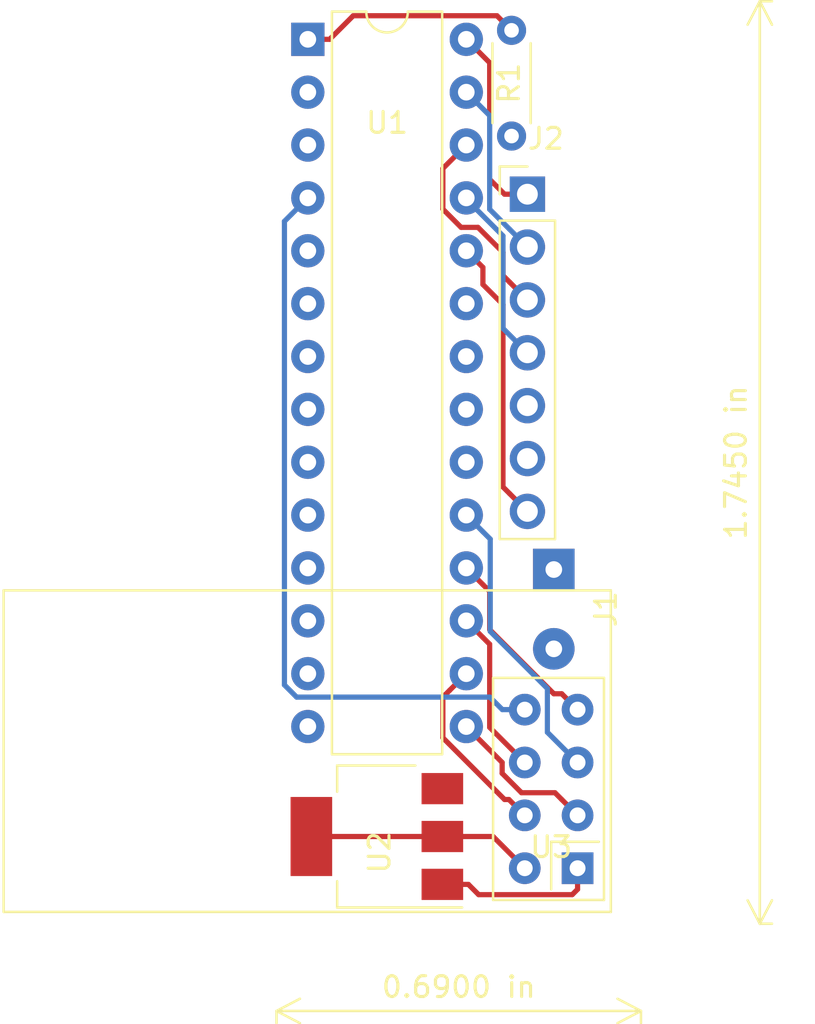
<source format=kicad_pcb>
(kicad_pcb (version 20171130) (host pcbnew 5.1.5)

  (general
    (thickness 1.6)
    (drawings 2)
    (tracks 73)
    (zones 0)
    (modules 6)
    (nets 28)
  )

  (page A4)
  (layers
    (0 F.Cu signal)
    (31 B.Cu signal)
    (32 B.Adhes user)
    (33 F.Adhes user)
    (34 B.Paste user)
    (35 F.Paste user)
    (36 B.SilkS user)
    (37 F.SilkS user)
    (38 B.Mask user)
    (39 F.Mask user)
    (40 Dwgs.User user)
    (41 Cmts.User user)
    (42 Eco1.User user)
    (43 Eco2.User user)
    (44 Edge.Cuts user)
    (45 Margin user)
    (46 B.CrtYd user)
    (47 F.CrtYd user)
    (48 B.Fab user)
    (49 F.Fab user)
  )

  (setup
    (last_trace_width 0.25)
    (trace_clearance 0.2)
    (zone_clearance 0.508)
    (zone_45_only no)
    (trace_min 0.2)
    (via_size 0.8)
    (via_drill 0.4)
    (via_min_size 0.4)
    (via_min_drill 0.3)
    (uvia_size 0.3)
    (uvia_drill 0.1)
    (uvias_allowed no)
    (uvia_min_size 0.2)
    (uvia_min_drill 0.1)
    (edge_width 0.05)
    (segment_width 0.2)
    (pcb_text_width 0.3)
    (pcb_text_size 1.5 1.5)
    (mod_edge_width 0.12)
    (mod_text_size 1 1)
    (mod_text_width 0.15)
    (pad_size 1.524 1.524)
    (pad_drill 0.762)
    (pad_to_mask_clearance 0.051)
    (solder_mask_min_width 0.25)
    (aux_axis_origin 0 0)
    (visible_elements FFFFFF7F)
    (pcbplotparams
      (layerselection 0x010f0_ffffffff)
      (usegerberextensions true)
      (usegerberattributes false)
      (usegerberadvancedattributes false)
      (creategerberjobfile false)
      (excludeedgelayer true)
      (linewidth 0.100000)
      (plotframeref false)
      (viasonmask false)
      (mode 1)
      (useauxorigin false)
      (hpglpennumber 1)
      (hpglpenspeed 20)
      (hpglpendiameter 15.000000)
      (psnegative false)
      (psa4output false)
      (plotreference true)
      (plotvalue true)
      (plotinvisibletext false)
      (padsonsilk false)
      (subtractmaskfromsilk false)
      (outputformat 1)
      (mirror false)
      (drillshape 0)
      (scaleselection 1)
      (outputdirectory "out"))
  )

  (net 0 "")
  (net 1 /PSX_DATA)
  (net 2 /PSX_ACK)
  (net 3 /PSX_CMD)
  (net 4 /PSX_CLK)
  (net 5 /GND)
  (net 6 /BATTERY_IN)
  (net 7 /PSX_ATT)
  (net 8 /AVR_RST)
  (net 9 /ADC_IN)
  (net 10 /NRF_CE)
  (net 11 /AVR_RX)
  (net 12 /NRF_CS)
  (net 13 /AVR_TX)
  (net 14 /NRF_MOSI)
  (net 15 /NRF_IRQ)
  (net 16 /NRF_MISO)
  (net 17 "Net-(U1-Pad5)")
  (net 18 /NRF_SCK)
  (net 19 "Net-(U1-Pad6)")
  (net 20 "Net-(U1-Pad21)")
  (net 21 "Net-(U1-Pad9)")
  (net 22 "Net-(U1-Pad10)")
  (net 23 "Net-(U1-Pad11)")
  (net 24 "Net-(U1-Pad12)")
  (net 25 "Net-(U1-Pad13)")
  (net 26 "Net-(U1-Pad14)")
  (net 27 /3V3)

  (net_class Default "This is the default net class."
    (clearance 0.2)
    (trace_width 0.25)
    (via_dia 0.8)
    (via_drill 0.4)
    (uvia_dia 0.3)
    (uvia_drill 0.1)
    (add_net /3V3)
    (add_net /ADC_IN)
    (add_net /AVR_RST)
    (add_net /AVR_RX)
    (add_net /AVR_TX)
    (add_net /BATTERY_IN)
    (add_net /GND)
    (add_net /NRF_CE)
    (add_net /NRF_CS)
    (add_net /NRF_IRQ)
    (add_net /NRF_MISO)
    (add_net /NRF_MOSI)
    (add_net /NRF_SCK)
    (add_net /PSX_ACK)
    (add_net /PSX_ATT)
    (add_net /PSX_CLK)
    (add_net /PSX_CMD)
    (add_net /PSX_DATA)
    (add_net "Net-(U1-Pad10)")
    (add_net "Net-(U1-Pad11)")
    (add_net "Net-(U1-Pad12)")
    (add_net "Net-(U1-Pad13)")
    (add_net "Net-(U1-Pad14)")
    (add_net "Net-(U1-Pad21)")
    (add_net "Net-(U1-Pad5)")
    (add_net "Net-(U1-Pad6)")
    (add_net "Net-(U1-Pad9)")
  )

  (module RF_Module:nRF24L01_Breakout (layer F.Cu) (tedit 5A056C61) (tstamp 5E43F5C9)
    (at 143.891 115.443 180)
    (descr "nRF24L01 breakout board")
    (tags "nRF24L01 adapter breakout")
    (path /5E443B20)
    (fp_text reference U3 (at 1.27 1.016) (layer F.SilkS)
      (effects (font (size 1 1) (thickness 0.15)))
    )
    (fp_text value NRF24L01_Breakout (at 9.144 5.207 90) (layer F.Fab)
      (effects (font (size 1 1) (thickness 0.15)))
    )
    (fp_line (start -1.5 -2) (end 27.5 -2) (layer F.Fab) (width 0.1))
    (fp_line (start 27.5 -2) (end 27.5 13.25) (layer F.Fab) (width 0.1))
    (fp_line (start 27.5 13.25) (end -1.5 13.25) (layer F.Fab) (width 0.1))
    (fp_line (start -1.5 13.25) (end -1.5 -2) (layer F.Fab) (width 0.1))
    (fp_line (start -1.5 -2) (end -1.5 -2) (layer F.Fab) (width 0.1))
    (fp_line (start -1.27 -1.27) (end 3.81 -1.27) (layer F.Fab) (width 0.1))
    (fp_line (start 3.81 -1.27) (end 3.81 8.89) (layer F.Fab) (width 0.1))
    (fp_line (start 3.81 8.89) (end -1.27 8.89) (layer F.Fab) (width 0.1))
    (fp_line (start -1.27 8.89) (end -1.27 -1.27) (layer F.Fab) (width 0.1))
    (fp_line (start -1.27 -1.27) (end -1.27 -1.27) (layer F.Fab) (width 0.1))
    (fp_line (start -1.27 -1.524) (end 4.064 -1.524) (layer F.SilkS) (width 0.12))
    (fp_line (start 4.064 -1.524) (end 4.064 9.144) (layer F.SilkS) (width 0.12))
    (fp_line (start 4.064 9.144) (end -1.27 9.144) (layer F.SilkS) (width 0.12))
    (fp_line (start -1.27 9.144) (end -1.27 9.144) (layer F.SilkS) (width 0.12))
    (fp_line (start 1.27 -1.016) (end 1.27 1.27) (layer F.SilkS) (width 0.12))
    (fp_line (start 1.27 1.27) (end -1.016 1.27) (layer F.SilkS) (width 0.12))
    (fp_line (start -1.016 1.27) (end -1.016 1.27) (layer F.SilkS) (width 0.12))
    (fp_line (start -1.6 -2.1) (end 27.6 -2.1) (layer F.SilkS) (width 0.12))
    (fp_line (start 27.6 -2.1) (end 27.6 13.35) (layer F.SilkS) (width 0.12))
    (fp_line (start 27.6 13.35) (end -1.6 13.35) (layer F.SilkS) (width 0.12))
    (fp_line (start -1.6 13.35) (end -1.6 -2.1) (layer F.SilkS) (width 0.12))
    (fp_line (start -1.6 -2.1) (end -1.6 -2.1) (layer F.SilkS) (width 0.12))
    (fp_line (start -1.27 9.144) (end -1.27 -1.524) (layer F.SilkS) (width 0.12))
    (fp_line (start -1.27 -1.524) (end -1.27 -1.524) (layer F.SilkS) (width 0.12))
    (fp_line (start 27.75 -2.25) (end -1.75 -2.25) (layer F.CrtYd) (width 0.05))
    (fp_line (start -1.75 -2.25) (end -1.75 13.5) (layer F.CrtYd) (width 0.05))
    (fp_line (start -1.75 13.5) (end 27.75 13.5) (layer F.CrtYd) (width 0.05))
    (fp_line (start 27.75 13.5) (end 27.75 -2.25) (layer F.CrtYd) (width 0.05))
    (fp_line (start 27.75 -2.25) (end 27.75 -2.25) (layer F.CrtYd) (width 0.05))
    (fp_text user %R (at 12.5 2.5) (layer F.Fab)
      (effects (font (size 1 1) (thickness 0.15)))
    )
    (pad 1 thru_hole rect (at 0 0 180) (size 1.524 1.524) (drill 0.762) (layers *.Cu *.Mask)
      (net 5 /GND))
    (pad 2 thru_hole circle (at 2.54 0 180) (size 1.524 1.524) (drill 0.762) (layers *.Cu *.Mask)
      (net 27 /3V3))
    (pad 3 thru_hole circle (at 0 2.54 180) (size 1.524 1.524) (drill 0.762) (layers *.Cu *.Mask)
      (net 10 /NRF_CE))
    (pad 4 thru_hole circle (at 2.54 2.54 180) (size 1.524 1.524) (drill 0.762) (layers *.Cu *.Mask)
      (net 12 /NRF_CS))
    (pad 5 thru_hole circle (at 0 5.08 180) (size 1.524 1.524) (drill 0.762) (layers *.Cu *.Mask)
      (net 18 /NRF_SCK))
    (pad 6 thru_hole circle (at 2.54 5.08 180) (size 1.524 1.524) (drill 0.762) (layers *.Cu *.Mask)
      (net 14 /NRF_MOSI))
    (pad 7 thru_hole circle (at 0 7.62 180) (size 1.524 1.524) (drill 0.762) (layers *.Cu *.Mask)
      (net 16 /NRF_MISO))
    (pad 8 thru_hole circle (at 2.54 7.62 180) (size 1.524 1.524) (drill 0.762) (layers *.Cu *.Mask)
      (net 15 /NRF_IRQ))
    (model ${KISYS3DMOD}/RF_Module.3dshapes/nRF24L01_Breakout.wrl
      (at (xyz 0 0 0))
      (scale (xyz 1 1 1))
      (rotate (xyz 0 0 0))
    )
  )

  (module Connector_Wire:SolderWirePad_1x02_P3.81mm_Drill0.8mm (layer F.Cu) (tedit 5AEE54BF) (tstamp 5E441C22)
    (at 142.748 101.092 270)
    (descr "Wire solder connection")
    (tags connector)
    (path /5E43D109)
    (attr virtual)
    (fp_text reference J1 (at 1.905 -2.5 90) (layer F.SilkS)
      (effects (font (size 1 1) (thickness 0.15)))
    )
    (fp_text value Conn_01x02 (at 1.905 0 90) (layer F.Fab)
      (effects (font (size 1 1) (thickness 0.15)))
    )
    (fp_text user %R (at 1.905 0 90) (layer F.Fab)
      (effects (font (size 1 1) (thickness 0.15)))
    )
    (fp_line (start -1.49 -1.5) (end 5.31 -1.5) (layer F.CrtYd) (width 0.05))
    (fp_line (start -1.49 -1.5) (end -1.49 1.5) (layer F.CrtYd) (width 0.05))
    (fp_line (start 5.31 1.5) (end 5.31 -1.5) (layer F.CrtYd) (width 0.05))
    (fp_line (start 5.31 1.5) (end -1.49 1.5) (layer F.CrtYd) (width 0.05))
    (pad 1 thru_hole rect (at 0 0 270) (size 1.99898 1.99898) (drill 0.8001) (layers *.Cu *.Mask)
      (net 6 /BATTERY_IN))
    (pad 2 thru_hole circle (at 3.81 0 270) (size 1.99898 1.99898) (drill 0.8001) (layers *.Cu *.Mask)
      (net 5 /GND))
  )

  (module Connector_PinHeader_2.54mm:PinHeader_1x07_P2.54mm_Vertical (layer F.Cu) (tedit 59FED5CC) (tstamp 5E43F520)
    (at 141.478 83.058)
    (descr "Through hole straight pin header, 1x07, 2.54mm pitch, single row")
    (tags "Through hole pin header THT 1x07 2.54mm single row")
    (path /5E43FDC9)
    (fp_text reference J2 (at 0.889 -2.667) (layer F.SilkS)
      (effects (font (size 1 1) (thickness 0.15)))
    )
    (fp_text value Conn_01x07_Female (at 0 17.57) (layer F.Fab)
      (effects (font (size 1 1) (thickness 0.15)))
    )
    (fp_line (start -0.635 -1.27) (end 1.27 -1.27) (layer F.Fab) (width 0.1))
    (fp_line (start 1.27 -1.27) (end 1.27 16.51) (layer F.Fab) (width 0.1))
    (fp_line (start 1.27 16.51) (end -1.27 16.51) (layer F.Fab) (width 0.1))
    (fp_line (start -1.27 16.51) (end -1.27 -0.635) (layer F.Fab) (width 0.1))
    (fp_line (start -1.27 -0.635) (end -0.635 -1.27) (layer F.Fab) (width 0.1))
    (fp_line (start -1.33 16.57) (end 1.33 16.57) (layer F.SilkS) (width 0.12))
    (fp_line (start -1.33 1.27) (end -1.33 16.57) (layer F.SilkS) (width 0.12))
    (fp_line (start 1.33 1.27) (end 1.33 16.57) (layer F.SilkS) (width 0.12))
    (fp_line (start -1.33 1.27) (end 1.33 1.27) (layer F.SilkS) (width 0.12))
    (fp_line (start -1.33 0) (end -1.33 -1.33) (layer F.SilkS) (width 0.12))
    (fp_line (start -1.33 -1.33) (end 0 -1.33) (layer F.SilkS) (width 0.12))
    (fp_line (start -1.8 -1.8) (end -1.8 17.05) (layer F.CrtYd) (width 0.05))
    (fp_line (start -1.8 17.05) (end 1.8 17.05) (layer F.CrtYd) (width 0.05))
    (fp_line (start 1.8 17.05) (end 1.8 -1.8) (layer F.CrtYd) (width 0.05))
    (fp_line (start 1.8 -1.8) (end -1.8 -1.8) (layer F.CrtYd) (width 0.05))
    (fp_text user %R (at 0 7.62 90) (layer F.Fab)
      (effects (font (size 1 1) (thickness 0.15)))
    )
    (pad 1 thru_hole rect (at 0 0) (size 1.7 1.7) (drill 1) (layers *.Cu *.Mask)
      (net 1 /PSX_DATA))
    (pad 2 thru_hole oval (at 0 2.54) (size 1.7 1.7) (drill 1) (layers *.Cu *.Mask)
      (net 2 /PSX_ACK))
    (pad 3 thru_hole oval (at 0 5.08) (size 1.7 1.7) (drill 1) (layers *.Cu *.Mask)
      (net 3 /PSX_CMD))
    (pad 4 thru_hole oval (at 0 7.62) (size 1.7 1.7) (drill 1) (layers *.Cu *.Mask)
      (net 4 /PSX_CLK))
    (pad 5 thru_hole oval (at 0 10.16) (size 1.7 1.7) (drill 1) (layers *.Cu *.Mask)
      (net 5 /GND))
    (pad 6 thru_hole oval (at 0 12.7) (size 1.7 1.7) (drill 1) (layers *.Cu *.Mask)
      (net 6 /BATTERY_IN))
    (pad 7 thru_hole oval (at 0 15.24) (size 1.7 1.7) (drill 1) (layers *.Cu *.Mask)
      (net 7 /PSX_ATT))
    (model ${KISYS3DMOD}/Connector_PinHeader_2.54mm.3dshapes/PinHeader_1x07_P2.54mm_Vertical.wrl
      (at (xyz 0 0 0))
      (scale (xyz 1 1 1))
      (rotate (xyz 0 0 0))
    )
  )

  (module Resistor_THT:R_Axial_DIN0204_L3.6mm_D1.6mm_P5.08mm_Horizontal (layer F.Cu) (tedit 5AE5139B) (tstamp 5E43F533)
    (at 140.716 80.264 90)
    (descr "Resistor, Axial_DIN0204 series, Axial, Horizontal, pin pitch=5.08mm, 0.167W, length*diameter=3.6*1.6mm^2, http://cdn-reichelt.de/documents/datenblatt/B400/1_4W%23YAG.pdf")
    (tags "Resistor Axial_DIN0204 series Axial Horizontal pin pitch 5.08mm 0.167W length 3.6mm diameter 1.6mm")
    (path /5E43E5CA)
    (fp_text reference R1 (at 2.54 -0.127 90) (layer F.SilkS)
      (effects (font (size 1 1) (thickness 0.15)))
    )
    (fp_text value 220k (at 2.54 -0.381 90) (layer F.Fab)
      (effects (font (size 1 1) (thickness 0.15)))
    )
    (fp_line (start 0.74 -0.8) (end 0.74 0.8) (layer F.Fab) (width 0.1))
    (fp_line (start 0.74 0.8) (end 4.34 0.8) (layer F.Fab) (width 0.1))
    (fp_line (start 4.34 0.8) (end 4.34 -0.8) (layer F.Fab) (width 0.1))
    (fp_line (start 4.34 -0.8) (end 0.74 -0.8) (layer F.Fab) (width 0.1))
    (fp_line (start 0 0) (end 0.74 0) (layer F.Fab) (width 0.1))
    (fp_line (start 5.08 0) (end 4.34 0) (layer F.Fab) (width 0.1))
    (fp_line (start 0.62 -0.92) (end 4.46 -0.92) (layer F.SilkS) (width 0.12))
    (fp_line (start 0.62 0.92) (end 4.46 0.92) (layer F.SilkS) (width 0.12))
    (fp_line (start -0.95 -1.05) (end -0.95 1.05) (layer F.CrtYd) (width 0.05))
    (fp_line (start -0.95 1.05) (end 6.03 1.05) (layer F.CrtYd) (width 0.05))
    (fp_line (start 6.03 1.05) (end 6.03 -1.05) (layer F.CrtYd) (width 0.05))
    (fp_line (start 6.03 -1.05) (end -0.95 -1.05) (layer F.CrtYd) (width 0.05))
    (fp_text user %R (at 2.54 0 90) (layer F.Fab)
      (effects (font (size 0.72 0.72) (thickness 0.108)))
    )
    (pad 1 thru_hole circle (at 0 0 90) (size 1.4 1.4) (drill 0.7) (layers *.Cu *.Mask)
      (net 6 /BATTERY_IN))
    (pad 2 thru_hole oval (at 5.08 0 90) (size 1.4 1.4) (drill 0.7) (layers *.Cu *.Mask)
      (net 8 /AVR_RST))
    (model ${KISYS3DMOD}/Resistor_THT.3dshapes/R_Axial_DIN0204_L3.6mm_D1.6mm_P5.08mm_Horizontal.wrl
      (at (xyz 0 0 0))
      (scale (xyz 1 1 1))
      (rotate (xyz 0 0 0))
    )
  )

  (module Package_DIP:DIP-28_W7.62mm (layer F.Cu) (tedit 5A02E8C5) (tstamp 5E43F589)
    (at 130.919001 75.616001)
    (descr "28-lead though-hole mounted DIP package, row spacing 7.62 mm (300 mils)")
    (tags "THT DIP DIL PDIP 2.54mm 7.62mm 300mil")
    (path /5E43A932)
    (fp_text reference U1 (at 3.81 4.012999) (layer F.SilkS)
      (effects (font (size 1 1) (thickness 0.15)))
    )
    (fp_text value ATmega8A-PU (at 4.081999 26.110999 90) (layer F.Fab)
      (effects (font (size 1 1) (thickness 0.15)))
    )
    (fp_arc (start 3.81 -1.33) (end 2.81 -1.33) (angle -180) (layer F.SilkS) (width 0.12))
    (fp_line (start 1.635 -1.27) (end 6.985 -1.27) (layer F.Fab) (width 0.1))
    (fp_line (start 6.985 -1.27) (end 6.985 34.29) (layer F.Fab) (width 0.1))
    (fp_line (start 6.985 34.29) (end 0.635 34.29) (layer F.Fab) (width 0.1))
    (fp_line (start 0.635 34.29) (end 0.635 -0.27) (layer F.Fab) (width 0.1))
    (fp_line (start 0.635 -0.27) (end 1.635 -1.27) (layer F.Fab) (width 0.1))
    (fp_line (start 2.81 -1.33) (end 1.16 -1.33) (layer F.SilkS) (width 0.12))
    (fp_line (start 1.16 -1.33) (end 1.16 34.35) (layer F.SilkS) (width 0.12))
    (fp_line (start 1.16 34.35) (end 6.46 34.35) (layer F.SilkS) (width 0.12))
    (fp_line (start 6.46 34.35) (end 6.46 -1.33) (layer F.SilkS) (width 0.12))
    (fp_line (start 6.46 -1.33) (end 4.81 -1.33) (layer F.SilkS) (width 0.12))
    (fp_line (start -1.1 -1.55) (end -1.1 34.55) (layer F.CrtYd) (width 0.05))
    (fp_line (start -1.1 34.55) (end 8.7 34.55) (layer F.CrtYd) (width 0.05))
    (fp_line (start 8.7 34.55) (end 8.7 -1.55) (layer F.CrtYd) (width 0.05))
    (fp_line (start 8.7 -1.55) (end -1.1 -1.55) (layer F.CrtYd) (width 0.05))
    (fp_text user %R (at 3.81 16.51) (layer F.Fab)
      (effects (font (size 1 1) (thickness 0.15)))
    )
    (pad 1 thru_hole rect (at 0 0) (size 1.6 1.6) (drill 0.8) (layers *.Cu *.Mask)
      (net 8 /AVR_RST))
    (pad 15 thru_hole oval (at 7.62 33.02) (size 1.6 1.6) (drill 0.8) (layers *.Cu *.Mask)
      (net 10 /NRF_CE))
    (pad 2 thru_hole oval (at 0 2.54) (size 1.6 1.6) (drill 0.8) (layers *.Cu *.Mask)
      (net 11 /AVR_RX))
    (pad 16 thru_hole oval (at 7.62 30.48) (size 1.6 1.6) (drill 0.8) (layers *.Cu *.Mask)
      (net 12 /NRF_CS))
    (pad 3 thru_hole oval (at 0 5.08) (size 1.6 1.6) (drill 0.8) (layers *.Cu *.Mask)
      (net 13 /AVR_TX))
    (pad 17 thru_hole oval (at 7.62 27.94) (size 1.6 1.6) (drill 0.8) (layers *.Cu *.Mask)
      (net 14 /NRF_MOSI))
    (pad 4 thru_hole oval (at 0 7.62) (size 1.6 1.6) (drill 0.8) (layers *.Cu *.Mask)
      (net 15 /NRF_IRQ))
    (pad 18 thru_hole oval (at 7.62 25.4) (size 1.6 1.6) (drill 0.8) (layers *.Cu *.Mask)
      (net 16 /NRF_MISO))
    (pad 5 thru_hole oval (at 0 10.16) (size 1.6 1.6) (drill 0.8) (layers *.Cu *.Mask)
      (net 17 "Net-(U1-Pad5)"))
    (pad 19 thru_hole oval (at 7.62 22.86) (size 1.6 1.6) (drill 0.8) (layers *.Cu *.Mask)
      (net 18 /NRF_SCK))
    (pad 6 thru_hole oval (at 0 12.7) (size 1.6 1.6) (drill 0.8) (layers *.Cu *.Mask)
      (net 19 "Net-(U1-Pad6)"))
    (pad 20 thru_hole oval (at 7.62 20.32) (size 1.6 1.6) (drill 0.8) (layers *.Cu *.Mask)
      (net 6 /BATTERY_IN))
    (pad 7 thru_hole oval (at 0 15.24) (size 1.6 1.6) (drill 0.8) (layers *.Cu *.Mask)
      (net 6 /BATTERY_IN))
    (pad 21 thru_hole oval (at 7.62 17.78) (size 1.6 1.6) (drill 0.8) (layers *.Cu *.Mask)
      (net 20 "Net-(U1-Pad21)"))
    (pad 8 thru_hole oval (at 0 17.78) (size 1.6 1.6) (drill 0.8) (layers *.Cu *.Mask)
      (net 5 /GND))
    (pad 22 thru_hole oval (at 7.62 15.24) (size 1.6 1.6) (drill 0.8) (layers *.Cu *.Mask)
      (net 5 /GND))
    (pad 9 thru_hole oval (at 0 20.32) (size 1.6 1.6) (drill 0.8) (layers *.Cu *.Mask)
      (net 21 "Net-(U1-Pad9)"))
    (pad 23 thru_hole oval (at 7.62 12.7) (size 1.6 1.6) (drill 0.8) (layers *.Cu *.Mask)
      (net 9 /ADC_IN))
    (pad 10 thru_hole oval (at 0 22.86) (size 1.6 1.6) (drill 0.8) (layers *.Cu *.Mask)
      (net 22 "Net-(U1-Pad10)"))
    (pad 24 thru_hole oval (at 7.62 10.16) (size 1.6 1.6) (drill 0.8) (layers *.Cu *.Mask)
      (net 7 /PSX_ATT))
    (pad 11 thru_hole oval (at 0 25.4) (size 1.6 1.6) (drill 0.8) (layers *.Cu *.Mask)
      (net 23 "Net-(U1-Pad11)"))
    (pad 25 thru_hole oval (at 7.62 7.62) (size 1.6 1.6) (drill 0.8) (layers *.Cu *.Mask)
      (net 4 /PSX_CLK))
    (pad 12 thru_hole oval (at 0 27.94) (size 1.6 1.6) (drill 0.8) (layers *.Cu *.Mask)
      (net 24 "Net-(U1-Pad12)"))
    (pad 26 thru_hole oval (at 7.62 5.08) (size 1.6 1.6) (drill 0.8) (layers *.Cu *.Mask)
      (net 3 /PSX_CMD))
    (pad 13 thru_hole oval (at 0 30.48) (size 1.6 1.6) (drill 0.8) (layers *.Cu *.Mask)
      (net 25 "Net-(U1-Pad13)"))
    (pad 27 thru_hole oval (at 7.62 2.54) (size 1.6 1.6) (drill 0.8) (layers *.Cu *.Mask)
      (net 2 /PSX_ACK))
    (pad 14 thru_hole oval (at 0 33.02) (size 1.6 1.6) (drill 0.8) (layers *.Cu *.Mask)
      (net 26 "Net-(U1-Pad14)"))
    (pad 28 thru_hole oval (at 7.62 0) (size 1.6 1.6) (drill 0.8) (layers *.Cu *.Mask)
      (net 1 /PSX_DATA))
    (model ${KISYS3DMOD}/Package_DIP.3dshapes/DIP-28_W7.62mm.wrl
      (at (xyz 0 0 0))
      (scale (xyz 1 1 1))
      (rotate (xyz 0 0 0))
    )
  )

  (module Package_TO_SOT_SMD:SOT-223-3_TabPin2 (layer F.Cu) (tedit 5A02FF57) (tstamp 5E4417DF)
    (at 134.239 113.919 180)
    (descr "module CMS SOT223 4 pins")
    (tags "CMS SOT")
    (path /5E44E284)
    (attr smd)
    (fp_text reference U2 (at -0.127 -0.762 90) (layer F.SilkS)
      (effects (font (size 1 1) (thickness 0.15)))
    )
    (fp_text value AMS1117-3.3 (at -0.508 1.27 90) (layer F.Fab)
      (effects (font (size 1 1) (thickness 0.15)))
    )
    (fp_text user %R (at 0 0 90) (layer F.Fab)
      (effects (font (size 0.8 0.8) (thickness 0.12)))
    )
    (fp_line (start 1.91 3.41) (end 1.91 2.15) (layer F.SilkS) (width 0.12))
    (fp_line (start 1.91 -3.41) (end 1.91 -2.15) (layer F.SilkS) (width 0.12))
    (fp_line (start 4.4 -3.6) (end -4.4 -3.6) (layer F.CrtYd) (width 0.05))
    (fp_line (start 4.4 3.6) (end 4.4 -3.6) (layer F.CrtYd) (width 0.05))
    (fp_line (start -4.4 3.6) (end 4.4 3.6) (layer F.CrtYd) (width 0.05))
    (fp_line (start -4.4 -3.6) (end -4.4 3.6) (layer F.CrtYd) (width 0.05))
    (fp_line (start -1.85 -2.35) (end -0.85 -3.35) (layer F.Fab) (width 0.1))
    (fp_line (start -1.85 -2.35) (end -1.85 3.35) (layer F.Fab) (width 0.1))
    (fp_line (start -1.85 3.41) (end 1.91 3.41) (layer F.SilkS) (width 0.12))
    (fp_line (start -0.85 -3.35) (end 1.85 -3.35) (layer F.Fab) (width 0.1))
    (fp_line (start -4.1 -3.41) (end 1.91 -3.41) (layer F.SilkS) (width 0.12))
    (fp_line (start -1.85 3.35) (end 1.85 3.35) (layer F.Fab) (width 0.1))
    (fp_line (start 1.85 -3.35) (end 1.85 3.35) (layer F.Fab) (width 0.1))
    (pad 2 smd rect (at 3.15 0 180) (size 2 3.8) (layers F.Cu F.Paste F.Mask)
      (net 27 /3V3))
    (pad 2 smd rect (at -3.15 0 180) (size 2 1.5) (layers F.Cu F.Paste F.Mask)
      (net 27 /3V3))
    (pad 3 smd rect (at -3.15 2.3 180) (size 2 1.5) (layers F.Cu F.Paste F.Mask)
      (net 6 /BATTERY_IN))
    (pad 1 smd rect (at -3.15 -2.3 180) (size 2 1.5) (layers F.Cu F.Paste F.Mask)
      (net 5 /GND))
    (model ${KISYS3DMOD}/Package_TO_SOT_SMD.3dshapes/SOT-223.wrl
      (at (xyz 0 0 0))
      (scale (xyz 1 1 1))
      (rotate (xyz 0 0 0))
    )
  )

  (dimension 17.526 (width 0.12) (layer F.SilkS)
    (gr_text "17.526 mm" (at 138.176 123.571) (layer F.SilkS)
      (effects (font (size 1 1) (thickness 0.15)))
    )
    (feature1 (pts (xy 146.939 122.301) (xy 146.939 122.887421)))
    (feature2 (pts (xy 129.413 122.301) (xy 129.413 122.887421)))
    (crossbar (pts (xy 129.413 122.301) (xy 146.939 122.301)))
    (arrow1a (pts (xy 146.939 122.301) (xy 145.812496 122.887421)))
    (arrow1b (pts (xy 146.939 122.301) (xy 145.812496 121.714579)))
    (arrow2a (pts (xy 129.413 122.301) (xy 130.539504 122.887421)))
    (arrow2b (pts (xy 129.413 122.301) (xy 130.539504 121.714579)))
  )
  (dimension 44.323 (width 0.12) (layer F.SilkS) (tstamp 5E44211A)
    (gr_text "44.323 mm" (at 153.924 95.9485 90) (layer F.SilkS) (tstamp 5E44211A)
      (effects (font (size 1 1) (thickness 0.15)))
    )
    (feature1 (pts (xy 152.654 73.787) (xy 153.240421 73.787)))
    (feature2 (pts (xy 152.654 118.11) (xy 153.240421 118.11)))
    (crossbar (pts (xy 152.654 118.11) (xy 152.654 73.787)))
    (arrow1a (pts (xy 152.654 73.787) (xy 153.240421 74.913504)))
    (arrow1b (pts (xy 152.654 73.787) (xy 152.067579 74.913504)))
    (arrow2a (pts (xy 152.654 118.11) (xy 153.240421 116.983496)))
    (arrow2b (pts (xy 152.654 118.11) (xy 152.067579 116.983496)))
  )

  (segment (start 140.378 83.058) (end 141.478 83.058) (width 0.25) (layer F.Cu) (net 1))
  (segment (start 139.664002 76.741002) (end 139.664002 82.344002) (width 0.25) (layer F.Cu) (net 1))
  (segment (start 139.664002 82.344002) (end 140.378 83.058) (width 0.25) (layer F.Cu) (net 1))
  (segment (start 138.539001 75.616001) (end 139.664002 76.741002) (width 0.25) (layer F.Cu) (net 1))
  (segment (start 140.628001 84.748001) (end 141.478 85.598) (width 0.25) (layer B.Cu) (net 2))
  (segment (start 139.664002 83.784002) (end 140.628001 84.748001) (width 0.25) (layer B.Cu) (net 2))
  (segment (start 139.664002 79.281002) (end 139.664002 83.784002) (width 0.25) (layer B.Cu) (net 2))
  (segment (start 138.539001 78.156001) (end 139.664002 79.281002) (width 0.25) (layer B.Cu) (net 2))
  (segment (start 140.302999 86.962999) (end 140.628001 87.288001) (width 0.25) (layer F.Cu) (net 3))
  (segment (start 140.302999 85.852) (end 140.302999 86.962999) (width 0.25) (layer F.Cu) (net 3))
  (segment (start 139.101999 84.651) (end 140.302999 85.852) (width 0.25) (layer F.Cu) (net 3))
  (segment (start 138.288998 84.651) (end 139.101999 84.651) (width 0.25) (layer F.Cu) (net 3))
  (segment (start 137.414 83.776002) (end 138.288998 84.651) (width 0.25) (layer F.Cu) (net 3))
  (segment (start 137.414 81.821002) (end 137.414 83.776002) (width 0.25) (layer F.Cu) (net 3))
  (segment (start 140.628001 87.288001) (end 141.478 88.138) (width 0.25) (layer F.Cu) (net 3))
  (segment (start 138.539001 80.696001) (end 137.414 81.821002) (width 0.25) (layer F.Cu) (net 3))
  (segment (start 140.302999 85.059409) (end 138.539001 83.295411) (width 0.25) (layer B.Cu) (net 4))
  (segment (start 140.302999 89.502999) (end 140.302999 85.059409) (width 0.25) (layer B.Cu) (net 4))
  (segment (start 138.539001 83.295411) (end 138.539001 83.236001) (width 0.25) (layer B.Cu) (net 4))
  (segment (start 141.478 90.678) (end 140.302999 89.502999) (width 0.25) (layer B.Cu) (net 4))
  (segment (start 138.639 116.219) (end 139.133 116.713) (width 0.25) (layer F.Cu) (net 5))
  (segment (start 137.389 116.219) (end 138.639 116.219) (width 0.25) (layer F.Cu) (net 5))
  (segment (start 143.891 116.455) (end 143.891 115.443) (width 0.25) (layer F.Cu) (net 5))
  (segment (start 143.633 116.713) (end 143.891 116.455) (width 0.25) (layer F.Cu) (net 5))
  (segment (start 139.133 116.713) (end 143.633 116.713) (width 0.25) (layer F.Cu) (net 5))
  (segment (start 140.302999 97.122999) (end 140.628001 97.448001) (width 0.25) (layer F.Cu) (net 7))
  (segment (start 140.302999 88.359999) (end 140.302999 97.122999) (width 0.25) (layer F.Cu) (net 7))
  (segment (start 140.628001 97.448001) (end 141.478 98.298) (width 0.25) (layer F.Cu) (net 7))
  (segment (start 139.339 87.396) (end 140.302999 88.359999) (width 0.25) (layer F.Cu) (net 7))
  (segment (start 139.339 86.576) (end 139.339 87.396) (width 0.25) (layer F.Cu) (net 7))
  (segment (start 138.539001 85.776001) (end 139.339 86.576) (width 0.25) (layer F.Cu) (net 7))
  (segment (start 140.016001 74.484001) (end 140.716 75.184) (width 0.25) (layer F.Cu) (net 8))
  (segment (start 133.101001 74.484001) (end 140.016001 74.484001) (width 0.25) (layer F.Cu) (net 8))
  (segment (start 130.919001 75.616001) (end 131.969001 75.616001) (width 0.25) (layer F.Cu) (net 8))
  (segment (start 131.969001 75.616001) (end 133.101001 74.484001) (width 0.25) (layer F.Cu) (net 8))
  (segment (start 142.803999 111.815999) (end 143.129001 112.141001) (width 0.25) (layer F.Cu) (net 10))
  (segment (start 141.195237 111.815999) (end 142.803999 111.815999) (width 0.25) (layer F.Cu) (net 10))
  (segment (start 140.263999 110.884761) (end 141.195237 111.815999) (width 0.25) (layer F.Cu) (net 10))
  (segment (start 143.129001 112.141001) (end 143.891 112.903) (width 0.25) (layer F.Cu) (net 10))
  (segment (start 140.263999 110.360999) (end 140.263999 110.884761) (width 0.25) (layer F.Cu) (net 10))
  (segment (start 138.539001 108.636001) (end 140.263999 110.360999) (width 0.25) (layer F.Cu) (net 10))
  (segment (start 137.414 107.221002) (end 137.739002 106.896) (width 0.25) (layer F.Cu) (net 12))
  (segment (start 137.414 109.176002) (end 137.414 107.221002) (width 0.25) (layer F.Cu) (net 12))
  (segment (start 140.378999 112.141001) (end 137.414 109.176002) (width 0.25) (layer F.Cu) (net 12))
  (segment (start 137.739002 106.896) (end 138.539001 106.096001) (width 0.25) (layer F.Cu) (net 12))
  (segment (start 140.589001 112.141001) (end 140.378999 112.141001) (width 0.25) (layer F.Cu) (net 12))
  (segment (start 141.351 112.903) (end 140.589001 112.141001) (width 0.25) (layer F.Cu) (net 12))
  (segment (start 139.339 104.356) (end 138.539001 103.556001) (width 0.25) (layer F.Cu) (net 14))
  (segment (start 139.664002 104.681002) (end 139.339 104.356) (width 0.25) (layer F.Cu) (net 14))
  (segment (start 139.664002 108.676002) (end 139.664002 104.681002) (width 0.25) (layer F.Cu) (net 14))
  (segment (start 141.351 110.363) (end 139.664002 108.676002) (width 0.25) (layer F.Cu) (net 14))
  (segment (start 129.794 84.361002) (end 130.119002 84.036) (width 0.25) (layer B.Cu) (net 15))
  (segment (start 130.119002 84.036) (end 130.919001 83.236001) (width 0.25) (layer B.Cu) (net 15))
  (segment (start 129.794 106.636002) (end 129.794 84.361002) (width 0.25) (layer B.Cu) (net 15))
  (segment (start 130.379 107.221002) (end 129.794 106.636002) (width 0.25) (layer B.Cu) (net 15))
  (segment (start 139.671372 107.221002) (end 130.379 107.221002) (width 0.25) (layer B.Cu) (net 15))
  (segment (start 140.27337 107.823) (end 139.671372 107.221002) (width 0.25) (layer B.Cu) (net 15))
  (segment (start 141.351 107.823) (end 140.27337 107.823) (width 0.25) (layer B.Cu) (net 15))
  (segment (start 139.339 101.816) (end 138.539001 101.016001) (width 0.25) (layer F.Cu) (net 16))
  (segment (start 139.664002 102.141002) (end 139.339 101.816) (width 0.25) (layer F.Cu) (net 16))
  (segment (start 142.748001 107.061001) (end 139.664002 103.977002) (width 0.25) (layer F.Cu) (net 16))
  (segment (start 143.129001 107.061001) (end 142.748001 107.061001) (width 0.25) (layer F.Cu) (net 16))
  (segment (start 139.664002 103.977002) (end 139.664002 102.141002) (width 0.25) (layer F.Cu) (net 16))
  (segment (start 143.891 107.823) (end 143.129001 107.061001) (width 0.25) (layer F.Cu) (net 16))
  (segment (start 139.339 99.276) (end 138.539001 98.476001) (width 0.25) (layer B.Cu) (net 18))
  (segment (start 139.690999 104.062002) (end 139.690999 99.627999) (width 0.25) (layer B.Cu) (net 18))
  (segment (start 142.438001 106.809004) (end 139.690999 104.062002) (width 0.25) (layer B.Cu) (net 18))
  (segment (start 142.438001 108.910001) (end 142.438001 106.809004) (width 0.25) (layer B.Cu) (net 18))
  (segment (start 139.690999 99.627999) (end 139.339 99.276) (width 0.25) (layer B.Cu) (net 18))
  (segment (start 143.891 110.363) (end 142.438001 108.910001) (width 0.25) (layer B.Cu) (net 18))
  (segment (start 131.089 113.919) (end 137.389 113.919) (width 0.25) (layer F.Cu) (net 27))
  (segment (start 139.827 113.919) (end 141.351 115.443) (width 0.25) (layer F.Cu) (net 27))
  (segment (start 137.389 113.919) (end 139.827 113.919) (width 0.25) (layer F.Cu) (net 27))

)

</source>
